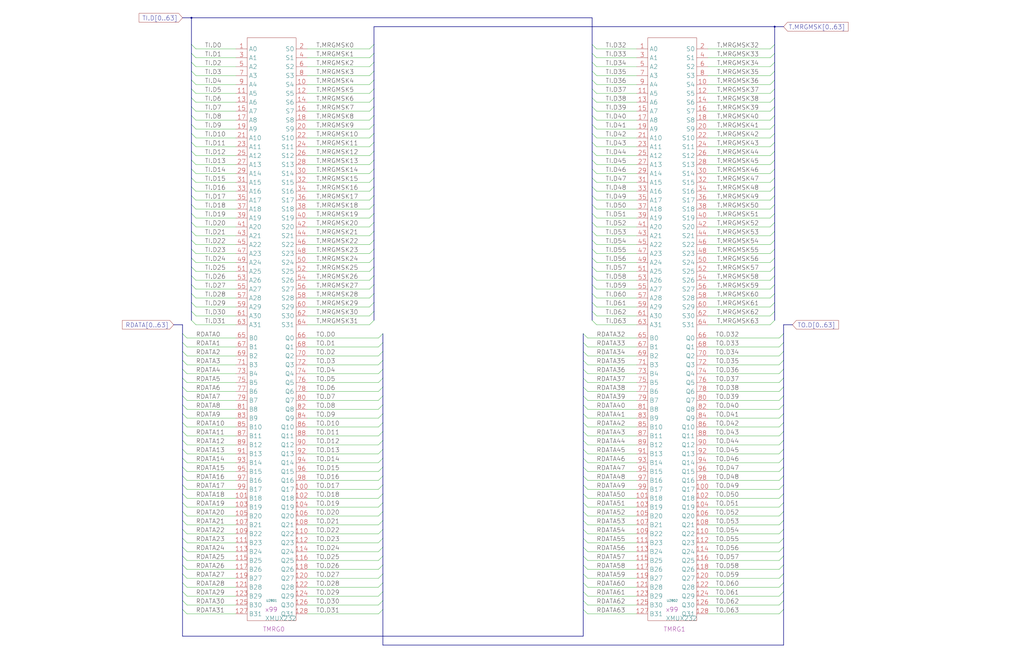
<source format=kicad_sch>
(kicad_sch (version 20220126) (generator eeschema)
  (paper "User" 584.2 378.46)
  (title_block (title "MERGER / TYPE HALF MSB'S") (date "20-MAR-90") (rev "1.0") (comment 1 "FIU") (comment 2 "232-003065") (comment 3 "S400") (comment 4 "RELEASED"))
  (bus (pts (xy 104.14 10.16) (xy 109.22 10.16)))
  (bus (pts (xy 104.14 185.42) (xy 104.14 190.5)))
  (bus (pts (xy 104.14 190.5) (xy 104.14 195.58)))
  (bus (pts (xy 104.14 195.58) (xy 104.14 200.66)))
  (bus (pts (xy 104.14 200.66) (xy 104.14 205.74)))
  (bus (pts (xy 104.14 205.74) (xy 104.14 210.82)))
  (bus (pts (xy 104.14 210.82) (xy 104.14 215.9)))
  (bus (pts (xy 104.14 215.9) (xy 104.14 220.98)))
  (bus (pts (xy 104.14 220.98) (xy 104.14 226.06)))
  (bus (pts (xy 104.14 226.06) (xy 104.14 231.14)))
  (bus (pts (xy 104.14 231.14) (xy 104.14 236.22)))
  (bus (pts (xy 104.14 236.22) (xy 104.14 241.3)))
  (bus (pts (xy 104.14 241.3) (xy 104.14 246.38)))
  (bus (pts (xy 104.14 246.38) (xy 104.14 251.46)))
  (bus (pts (xy 104.14 251.46) (xy 104.14 256.54)))
  (bus (pts (xy 104.14 256.54) (xy 104.14 261.62)))
  (bus (pts (xy 104.14 261.62) (xy 104.14 266.7)))
  (bus (pts (xy 104.14 266.7) (xy 104.14 271.78)))
  (bus (pts (xy 104.14 271.78) (xy 104.14 276.86)))
  (bus (pts (xy 104.14 276.86) (xy 104.14 281.94)))
  (bus (pts (xy 104.14 281.94) (xy 104.14 287.02)))
  (bus (pts (xy 104.14 287.02) (xy 104.14 292.1)))
  (bus (pts (xy 104.14 292.1) (xy 104.14 297.18)))
  (bus (pts (xy 104.14 297.18) (xy 104.14 302.26)))
  (bus (pts (xy 104.14 302.26) (xy 104.14 307.34)))
  (bus (pts (xy 104.14 307.34) (xy 104.14 312.42)))
  (bus (pts (xy 104.14 312.42) (xy 104.14 317.5)))
  (bus (pts (xy 104.14 317.5) (xy 104.14 322.58)))
  (bus (pts (xy 104.14 322.58) (xy 104.14 327.66)))
  (bus (pts (xy 104.14 327.66) (xy 104.14 332.74)))
  (bus (pts (xy 104.14 332.74) (xy 104.14 337.82)))
  (bus (pts (xy 104.14 337.82) (xy 104.14 342.9)))
  (bus (pts (xy 104.14 342.9) (xy 104.14 347.98)))
  (bus (pts (xy 104.14 347.98) (xy 104.14 363.22)))
  (bus (pts (xy 104.14 363.22) (xy 332.74 363.22)))
  (bus (pts (xy 109.22 10.16) (xy 109.22 25.4)))
  (bus (pts (xy 109.22 10.16) (xy 337.82 10.16)))
  (bus (pts (xy 109.22 101.6) (xy 109.22 106.68)))
  (bus (pts (xy 109.22 106.68) (xy 109.22 111.76)))
  (bus (pts (xy 109.22 111.76) (xy 109.22 116.84)))
  (bus (pts (xy 109.22 116.84) (xy 109.22 121.92)))
  (bus (pts (xy 109.22 121.92) (xy 109.22 127)))
  (bus (pts (xy 109.22 127) (xy 109.22 132.08)))
  (bus (pts (xy 109.22 132.08) (xy 109.22 137.16)))
  (bus (pts (xy 109.22 137.16) (xy 109.22 142.24)))
  (bus (pts (xy 109.22 142.24) (xy 109.22 147.32)))
  (bus (pts (xy 109.22 147.32) (xy 109.22 152.4)))
  (bus (pts (xy 109.22 152.4) (xy 109.22 157.48)))
  (bus (pts (xy 109.22 157.48) (xy 109.22 162.56)))
  (bus (pts (xy 109.22 162.56) (xy 109.22 167.64)))
  (bus (pts (xy 109.22 167.64) (xy 109.22 172.72)))
  (bus (pts (xy 109.22 172.72) (xy 109.22 177.8)))
  (bus (pts (xy 109.22 177.8) (xy 109.22 182.88)))
  (bus (pts (xy 109.22 25.4) (xy 109.22 30.48)))
  (bus (pts (xy 109.22 30.48) (xy 109.22 35.56)))
  (bus (pts (xy 109.22 35.56) (xy 109.22 40.64)))
  (bus (pts (xy 109.22 40.64) (xy 109.22 45.72)))
  (bus (pts (xy 109.22 45.72) (xy 109.22 50.8)))
  (bus (pts (xy 109.22 50.8) (xy 109.22 55.88)))
  (bus (pts (xy 109.22 55.88) (xy 109.22 60.96)))
  (bus (pts (xy 109.22 60.96) (xy 109.22 66.04)))
  (bus (pts (xy 109.22 66.04) (xy 109.22 71.12)))
  (bus (pts (xy 109.22 71.12) (xy 109.22 76.2)))
  (bus (pts (xy 109.22 76.2) (xy 109.22 81.28)))
  (bus (pts (xy 109.22 81.28) (xy 109.22 86.36)))
  (bus (pts (xy 109.22 86.36) (xy 109.22 91.44)))
  (bus (pts (xy 109.22 91.44) (xy 109.22 96.52)))
  (bus (pts (xy 109.22 96.52) (xy 109.22 101.6)))
  (bus (pts (xy 213.36 101.6) (xy 213.36 106.68)))
  (bus (pts (xy 213.36 106.68) (xy 213.36 111.76)))
  (bus (pts (xy 213.36 111.76) (xy 213.36 116.84)))
  (bus (pts (xy 213.36 116.84) (xy 213.36 121.92)))
  (bus (pts (xy 213.36 121.92) (xy 213.36 127)))
  (bus (pts (xy 213.36 127) (xy 213.36 132.08)))
  (bus (pts (xy 213.36 132.08) (xy 213.36 137.16)))
  (bus (pts (xy 213.36 137.16) (xy 213.36 142.24)))
  (bus (pts (xy 213.36 142.24) (xy 213.36 147.32)))
  (bus (pts (xy 213.36 147.32) (xy 213.36 152.4)))
  (bus (pts (xy 213.36 15.24) (xy 441.96 15.24)))
  (bus (pts (xy 213.36 152.4) (xy 213.36 157.48)))
  (bus (pts (xy 213.36 157.48) (xy 213.36 162.56)))
  (bus (pts (xy 213.36 162.56) (xy 213.36 167.64)))
  (bus (pts (xy 213.36 167.64) (xy 213.36 172.72)))
  (bus (pts (xy 213.36 172.72) (xy 213.36 177.8)))
  (bus (pts (xy 213.36 177.8) (xy 213.36 182.88)))
  (bus (pts (xy 213.36 25.4) (xy 213.36 15.24)))
  (bus (pts (xy 213.36 25.4) (xy 213.36 30.48)))
  (bus (pts (xy 213.36 30.48) (xy 213.36 35.56)))
  (bus (pts (xy 213.36 35.56) (xy 213.36 40.64)))
  (bus (pts (xy 213.36 40.64) (xy 213.36 45.72)))
  (bus (pts (xy 213.36 45.72) (xy 213.36 50.8)))
  (bus (pts (xy 213.36 50.8) (xy 213.36 55.88)))
  (bus (pts (xy 213.36 55.88) (xy 213.36 60.96)))
  (bus (pts (xy 213.36 60.96) (xy 213.36 66.04)))
  (bus (pts (xy 213.36 66.04) (xy 213.36 71.12)))
  (bus (pts (xy 213.36 71.12) (xy 213.36 76.2)))
  (bus (pts (xy 213.36 76.2) (xy 213.36 81.28)))
  (bus (pts (xy 213.36 81.28) (xy 213.36 86.36)))
  (bus (pts (xy 213.36 86.36) (xy 213.36 91.44)))
  (bus (pts (xy 213.36 91.44) (xy 213.36 96.52)))
  (bus (pts (xy 213.36 96.52) (xy 213.36 101.6)))
  (bus (pts (xy 218.44 190.5) (xy 218.44 195.58)))
  (bus (pts (xy 218.44 195.58) (xy 218.44 200.66)))
  (bus (pts (xy 218.44 200.66) (xy 218.44 205.74)))
  (bus (pts (xy 218.44 205.74) (xy 218.44 210.82)))
  (bus (pts (xy 218.44 210.82) (xy 218.44 215.9)))
  (bus (pts (xy 218.44 215.9) (xy 218.44 220.98)))
  (bus (pts (xy 218.44 220.98) (xy 218.44 226.06)))
  (bus (pts (xy 218.44 226.06) (xy 218.44 231.14)))
  (bus (pts (xy 218.44 231.14) (xy 218.44 236.22)))
  (bus (pts (xy 218.44 236.22) (xy 218.44 241.3)))
  (bus (pts (xy 218.44 241.3) (xy 218.44 246.38)))
  (bus (pts (xy 218.44 246.38) (xy 218.44 251.46)))
  (bus (pts (xy 218.44 251.46) (xy 218.44 256.54)))
  (bus (pts (xy 218.44 256.54) (xy 218.44 261.62)))
  (bus (pts (xy 218.44 261.62) (xy 218.44 266.7)))
  (bus (pts (xy 218.44 266.7) (xy 218.44 271.78)))
  (bus (pts (xy 218.44 271.78) (xy 218.44 276.86)))
  (bus (pts (xy 218.44 276.86) (xy 218.44 281.94)))
  (bus (pts (xy 218.44 281.94) (xy 218.44 287.02)))
  (bus (pts (xy 218.44 287.02) (xy 218.44 292.1)))
  (bus (pts (xy 218.44 292.1) (xy 218.44 297.18)))
  (bus (pts (xy 218.44 297.18) (xy 218.44 302.26)))
  (bus (pts (xy 218.44 302.26) (xy 218.44 307.34)))
  (bus (pts (xy 218.44 307.34) (xy 218.44 312.42)))
  (bus (pts (xy 218.44 312.42) (xy 218.44 317.5)))
  (bus (pts (xy 218.44 317.5) (xy 218.44 322.58)))
  (bus (pts (xy 218.44 322.58) (xy 218.44 327.66)))
  (bus (pts (xy 218.44 327.66) (xy 218.44 332.74)))
  (bus (pts (xy 218.44 332.74) (xy 218.44 337.82)))
  (bus (pts (xy 218.44 337.82) (xy 218.44 342.9)))
  (bus (pts (xy 218.44 342.9) (xy 218.44 347.98)))
  (bus (pts (xy 218.44 347.98) (xy 218.44 368.3)))
  (bus (pts (xy 218.44 368.3) (xy 447.04 368.3)))
  (bus (pts (xy 332.74 190.5) (xy 332.74 195.58)))
  (bus (pts (xy 332.74 195.58) (xy 332.74 200.66)))
  (bus (pts (xy 332.74 200.66) (xy 332.74 205.74)))
  (bus (pts (xy 332.74 205.74) (xy 332.74 210.82)))
  (bus (pts (xy 332.74 210.82) (xy 332.74 215.9)))
  (bus (pts (xy 332.74 215.9) (xy 332.74 220.98)))
  (bus (pts (xy 332.74 220.98) (xy 332.74 226.06)))
  (bus (pts (xy 332.74 226.06) (xy 332.74 231.14)))
  (bus (pts (xy 332.74 231.14) (xy 332.74 236.22)))
  (bus (pts (xy 332.74 236.22) (xy 332.74 241.3)))
  (bus (pts (xy 332.74 241.3) (xy 332.74 246.38)))
  (bus (pts (xy 332.74 246.38) (xy 332.74 251.46)))
  (bus (pts (xy 332.74 251.46) (xy 332.74 256.54)))
  (bus (pts (xy 332.74 256.54) (xy 332.74 261.62)))
  (bus (pts (xy 332.74 261.62) (xy 332.74 266.7)))
  (bus (pts (xy 332.74 266.7) (xy 332.74 271.78)))
  (bus (pts (xy 332.74 271.78) (xy 332.74 276.86)))
  (bus (pts (xy 332.74 276.86) (xy 332.74 281.94)))
  (bus (pts (xy 332.74 281.94) (xy 332.74 287.02)))
  (bus (pts (xy 332.74 287.02) (xy 332.74 292.1)))
  (bus (pts (xy 332.74 292.1) (xy 332.74 297.18)))
  (bus (pts (xy 332.74 297.18) (xy 332.74 302.26)))
  (bus (pts (xy 332.74 302.26) (xy 332.74 307.34)))
  (bus (pts (xy 332.74 307.34) (xy 332.74 312.42)))
  (bus (pts (xy 332.74 312.42) (xy 332.74 317.5)))
  (bus (pts (xy 332.74 317.5) (xy 332.74 322.58)))
  (bus (pts (xy 332.74 322.58) (xy 332.74 327.66)))
  (bus (pts (xy 332.74 327.66) (xy 332.74 332.74)))
  (bus (pts (xy 332.74 332.74) (xy 332.74 337.82)))
  (bus (pts (xy 332.74 337.82) (xy 332.74 342.9)))
  (bus (pts (xy 332.74 342.9) (xy 332.74 347.98)))
  (bus (pts (xy 332.74 363.22) (xy 332.74 347.98)))
  (bus (pts (xy 337.82 10.16) (xy 337.82 25.4)))
  (bus (pts (xy 337.82 101.6) (xy 337.82 106.68)))
  (bus (pts (xy 337.82 106.68) (xy 337.82 111.76)))
  (bus (pts (xy 337.82 111.76) (xy 337.82 116.84)))
  (bus (pts (xy 337.82 116.84) (xy 337.82 121.92)))
  (bus (pts (xy 337.82 121.92) (xy 337.82 127)))
  (bus (pts (xy 337.82 127) (xy 337.82 132.08)))
  (bus (pts (xy 337.82 132.08) (xy 337.82 137.16)))
  (bus (pts (xy 337.82 137.16) (xy 337.82 142.24)))
  (bus (pts (xy 337.82 142.24) (xy 337.82 147.32)))
  (bus (pts (xy 337.82 147.32) (xy 337.82 152.4)))
  (bus (pts (xy 337.82 152.4) (xy 337.82 157.48)))
  (bus (pts (xy 337.82 157.48) (xy 337.82 162.56)))
  (bus (pts (xy 337.82 162.56) (xy 337.82 167.64)))
  (bus (pts (xy 337.82 167.64) (xy 337.82 172.72)))
  (bus (pts (xy 337.82 172.72) (xy 337.82 177.8)))
  (bus (pts (xy 337.82 177.8) (xy 337.82 182.88)))
  (bus (pts (xy 337.82 25.4) (xy 337.82 30.48)))
  (bus (pts (xy 337.82 30.48) (xy 337.82 35.56)))
  (bus (pts (xy 337.82 35.56) (xy 337.82 40.64)))
  (bus (pts (xy 337.82 40.64) (xy 337.82 45.72)))
  (bus (pts (xy 337.82 45.72) (xy 337.82 50.8)))
  (bus (pts (xy 337.82 50.8) (xy 337.82 55.88)))
  (bus (pts (xy 337.82 55.88) (xy 337.82 60.96)))
  (bus (pts (xy 337.82 60.96) (xy 337.82 66.04)))
  (bus (pts (xy 337.82 66.04) (xy 337.82 71.12)))
  (bus (pts (xy 337.82 71.12) (xy 337.82 76.2)))
  (bus (pts (xy 337.82 76.2) (xy 337.82 81.28)))
  (bus (pts (xy 337.82 81.28) (xy 337.82 86.36)))
  (bus (pts (xy 337.82 86.36) (xy 337.82 91.44)))
  (bus (pts (xy 337.82 91.44) (xy 337.82 96.52)))
  (bus (pts (xy 337.82 96.52) (xy 337.82 101.6)))
  (bus (pts (xy 441.96 101.6) (xy 441.96 106.68)))
  (bus (pts (xy 441.96 106.68) (xy 441.96 111.76)))
  (bus (pts (xy 441.96 111.76) (xy 441.96 116.84)))
  (bus (pts (xy 441.96 116.84) (xy 441.96 121.92)))
  (bus (pts (xy 441.96 121.92) (xy 441.96 127)))
  (bus (pts (xy 441.96 127) (xy 441.96 132.08)))
  (bus (pts (xy 441.96 132.08) (xy 441.96 137.16)))
  (bus (pts (xy 441.96 137.16) (xy 441.96 142.24)))
  (bus (pts (xy 441.96 142.24) (xy 441.96 147.32)))
  (bus (pts (xy 441.96 147.32) (xy 441.96 152.4)))
  (bus (pts (xy 441.96 15.24) (xy 441.96 25.4)))
  (bus (pts (xy 441.96 15.24) (xy 447.04 15.24)))
  (bus (pts (xy 441.96 152.4) (xy 441.96 157.48)))
  (bus (pts (xy 441.96 157.48) (xy 441.96 162.56)))
  (bus (pts (xy 441.96 162.56) (xy 441.96 167.64)))
  (bus (pts (xy 441.96 167.64) (xy 441.96 172.72)))
  (bus (pts (xy 441.96 172.72) (xy 441.96 177.8)))
  (bus (pts (xy 441.96 177.8) (xy 441.96 182.88)))
  (bus (pts (xy 441.96 25.4) (xy 441.96 30.48)))
  (bus (pts (xy 441.96 30.48) (xy 441.96 35.56)))
  (bus (pts (xy 441.96 35.56) (xy 441.96 40.64)))
  (bus (pts (xy 441.96 40.64) (xy 441.96 45.72)))
  (bus (pts (xy 441.96 45.72) (xy 441.96 50.8)))
  (bus (pts (xy 441.96 50.8) (xy 441.96 55.88)))
  (bus (pts (xy 441.96 55.88) (xy 441.96 60.96)))
  (bus (pts (xy 441.96 60.96) (xy 441.96 66.04)))
  (bus (pts (xy 441.96 66.04) (xy 441.96 71.12)))
  (bus (pts (xy 441.96 71.12) (xy 441.96 76.2)))
  (bus (pts (xy 441.96 76.2) (xy 441.96 81.28)))
  (bus (pts (xy 441.96 81.28) (xy 441.96 86.36)))
  (bus (pts (xy 441.96 86.36) (xy 441.96 91.44)))
  (bus (pts (xy 441.96 91.44) (xy 441.96 96.52)))
  (bus (pts (xy 441.96 96.52) (xy 441.96 101.6)))
  (bus (pts (xy 447.04 185.42) (xy 447.04 190.5)))
  (bus (pts (xy 447.04 190.5) (xy 447.04 195.58)))
  (bus (pts (xy 447.04 195.58) (xy 447.04 200.66)))
  (bus (pts (xy 447.04 200.66) (xy 447.04 205.74)))
  (bus (pts (xy 447.04 205.74) (xy 447.04 210.82)))
  (bus (pts (xy 447.04 210.82) (xy 447.04 215.9)))
  (bus (pts (xy 447.04 215.9) (xy 447.04 220.98)))
  (bus (pts (xy 447.04 220.98) (xy 447.04 226.06)))
  (bus (pts (xy 447.04 226.06) (xy 447.04 231.14)))
  (bus (pts (xy 447.04 231.14) (xy 447.04 236.22)))
  (bus (pts (xy 447.04 236.22) (xy 447.04 241.3)))
  (bus (pts (xy 447.04 241.3) (xy 447.04 246.38)))
  (bus (pts (xy 447.04 246.38) (xy 447.04 251.46)))
  (bus (pts (xy 447.04 251.46) (xy 447.04 256.54)))
  (bus (pts (xy 447.04 256.54) (xy 447.04 261.62)))
  (bus (pts (xy 447.04 261.62) (xy 447.04 266.7)))
  (bus (pts (xy 447.04 266.7) (xy 447.04 271.78)))
  (bus (pts (xy 447.04 271.78) (xy 447.04 276.86)))
  (bus (pts (xy 447.04 276.86) (xy 447.04 281.94)))
  (bus (pts (xy 447.04 281.94) (xy 447.04 287.02)))
  (bus (pts (xy 447.04 287.02) (xy 447.04 292.1)))
  (bus (pts (xy 447.04 292.1) (xy 447.04 297.18)))
  (bus (pts (xy 447.04 297.18) (xy 447.04 302.26)))
  (bus (pts (xy 447.04 302.26) (xy 447.04 307.34)))
  (bus (pts (xy 447.04 307.34) (xy 447.04 312.42)))
  (bus (pts (xy 447.04 312.42) (xy 447.04 317.5)))
  (bus (pts (xy 447.04 317.5) (xy 447.04 322.58)))
  (bus (pts (xy 447.04 322.58) (xy 447.04 327.66)))
  (bus (pts (xy 447.04 327.66) (xy 447.04 332.74)))
  (bus (pts (xy 447.04 332.74) (xy 447.04 337.82)))
  (bus (pts (xy 447.04 337.82) (xy 447.04 342.9)))
  (bus (pts (xy 447.04 342.9) (xy 447.04 347.98)))
  (bus (pts (xy 447.04 368.3) (xy 447.04 347.98)))
  (bus (pts (xy 452.12 185.42) (xy 447.04 185.42)))
  (bus (pts (xy 99.06 185.42) (xy 104.14 185.42)))
  (wire (pts (xy 106.68 193.04) (xy 134.62 193.04)))
  (wire (pts (xy 106.68 198.12) (xy 134.62 198.12)))
  (wire (pts (xy 106.68 203.2) (xy 134.62 203.2)))
  (wire (pts (xy 106.68 208.28) (xy 134.62 208.28)))
  (wire (pts (xy 106.68 213.36) (xy 134.62 213.36)))
  (wire (pts (xy 106.68 218.44) (xy 134.62 218.44)))
  (wire (pts (xy 106.68 223.52) (xy 134.62 223.52)))
  (wire (pts (xy 106.68 228.6) (xy 134.62 228.6)))
  (wire (pts (xy 106.68 233.68) (xy 134.62 233.68)))
  (wire (pts (xy 106.68 238.76) (xy 134.62 238.76)))
  (wire (pts (xy 106.68 243.84) (xy 134.62 243.84)))
  (wire (pts (xy 106.68 248.92) (xy 134.62 248.92)))
  (wire (pts (xy 106.68 254) (xy 134.62 254)))
  (wire (pts (xy 106.68 259.08) (xy 134.62 259.08)))
  (wire (pts (xy 106.68 264.16) (xy 134.62 264.16)))
  (wire (pts (xy 106.68 269.24) (xy 134.62 269.24)))
  (wire (pts (xy 106.68 274.32) (xy 134.62 274.32)))
  (wire (pts (xy 106.68 279.4) (xy 134.62 279.4)))
  (wire (pts (xy 106.68 284.48) (xy 134.62 284.48)))
  (wire (pts (xy 106.68 289.56) (xy 134.62 289.56)))
  (wire (pts (xy 106.68 294.64) (xy 134.62 294.64)))
  (wire (pts (xy 106.68 299.72) (xy 134.62 299.72)))
  (wire (pts (xy 106.68 304.8) (xy 134.62 304.8)))
  (wire (pts (xy 106.68 309.88) (xy 134.62 309.88)))
  (wire (pts (xy 106.68 314.96) (xy 134.62 314.96)))
  (wire (pts (xy 106.68 320.04) (xy 134.62 320.04)))
  (wire (pts (xy 106.68 325.12) (xy 134.62 325.12)))
  (wire (pts (xy 106.68 330.2) (xy 134.62 330.2)))
  (wire (pts (xy 106.68 335.28) (xy 134.62 335.28)))
  (wire (pts (xy 106.68 340.36) (xy 134.62 340.36)))
  (wire (pts (xy 106.68 345.44) (xy 134.62 345.44)))
  (wire (pts (xy 106.68 350.52) (xy 134.62 350.52)))
  (wire (pts (xy 134.62 104.14) (xy 111.76 104.14)))
  (wire (pts (xy 134.62 109.22) (xy 111.76 109.22)))
  (wire (pts (xy 134.62 114.3) (xy 111.76 114.3)))
  (wire (pts (xy 134.62 119.38) (xy 111.76 119.38)))
  (wire (pts (xy 134.62 124.46) (xy 111.76 124.46)))
  (wire (pts (xy 134.62 129.54) (xy 111.76 129.54)))
  (wire (pts (xy 134.62 134.62) (xy 111.76 134.62)))
  (wire (pts (xy 134.62 139.7) (xy 111.76 139.7)))
  (wire (pts (xy 134.62 144.78) (xy 111.76 144.78)))
  (wire (pts (xy 134.62 149.86) (xy 111.76 149.86)))
  (wire (pts (xy 134.62 154.94) (xy 111.76 154.94)))
  (wire (pts (xy 134.62 160.02) (xy 111.76 160.02)))
  (wire (pts (xy 134.62 165.1) (xy 111.76 165.1)))
  (wire (pts (xy 134.62 170.18) (xy 111.76 170.18)))
  (wire (pts (xy 134.62 175.26) (xy 111.76 175.26)))
  (wire (pts (xy 134.62 180.34) (xy 111.76 180.34)))
  (wire (pts (xy 134.62 185.42) (xy 111.76 185.42)))
  (wire (pts (xy 134.62 27.94) (xy 111.76 27.94)))
  (wire (pts (xy 134.62 33.02) (xy 111.76 33.02)))
  (wire (pts (xy 134.62 38.1) (xy 111.76 38.1)))
  (wire (pts (xy 134.62 43.18) (xy 111.76 43.18)))
  (wire (pts (xy 134.62 48.26) (xy 111.76 48.26)))
  (wire (pts (xy 134.62 53.34) (xy 111.76 53.34)))
  (wire (pts (xy 134.62 58.42) (xy 111.76 58.42)))
  (wire (pts (xy 134.62 63.5) (xy 111.76 63.5)))
  (wire (pts (xy 134.62 68.58) (xy 111.76 68.58)))
  (wire (pts (xy 134.62 73.66) (xy 111.76 73.66)))
  (wire (pts (xy 134.62 78.74) (xy 111.76 78.74)))
  (wire (pts (xy 134.62 83.82) (xy 111.76 83.82)))
  (wire (pts (xy 134.62 88.9) (xy 111.76 88.9)))
  (wire (pts (xy 134.62 93.98) (xy 111.76 93.98)))
  (wire (pts (xy 134.62 99.06) (xy 111.76 99.06)))
  (wire (pts (xy 175.26 104.14) (xy 210.82 104.14)))
  (wire (pts (xy 175.26 109.22) (xy 210.82 109.22)))
  (wire (pts (xy 175.26 114.3) (xy 210.82 114.3)))
  (wire (pts (xy 175.26 119.38) (xy 210.82 119.38)))
  (wire (pts (xy 175.26 124.46) (xy 210.82 124.46)))
  (wire (pts (xy 175.26 129.54) (xy 210.82 129.54)))
  (wire (pts (xy 175.26 134.62) (xy 210.82 134.62)))
  (wire (pts (xy 175.26 139.7) (xy 210.82 139.7)))
  (wire (pts (xy 175.26 144.78) (xy 210.82 144.78)))
  (wire (pts (xy 175.26 149.86) (xy 210.82 149.86)))
  (wire (pts (xy 175.26 154.94) (xy 210.82 154.94)))
  (wire (pts (xy 175.26 160.02) (xy 210.82 160.02)))
  (wire (pts (xy 175.26 165.1) (xy 210.82 165.1)))
  (wire (pts (xy 175.26 170.18) (xy 210.82 170.18)))
  (wire (pts (xy 175.26 175.26) (xy 210.82 175.26)))
  (wire (pts (xy 175.26 180.34) (xy 210.82 180.34)))
  (wire (pts (xy 175.26 185.42) (xy 210.82 185.42)))
  (wire (pts (xy 175.26 27.94) (xy 210.82 27.94)))
  (wire (pts (xy 175.26 33.02) (xy 210.82 33.02)))
  (wire (pts (xy 175.26 38.1) (xy 210.82 38.1)))
  (wire (pts (xy 175.26 43.18) (xy 210.82 43.18)))
  (wire (pts (xy 175.26 48.26) (xy 210.82 48.26)))
  (wire (pts (xy 175.26 53.34) (xy 210.82 53.34)))
  (wire (pts (xy 175.26 58.42) (xy 210.82 58.42)))
  (wire (pts (xy 175.26 63.5) (xy 210.82 63.5)))
  (wire (pts (xy 175.26 68.58) (xy 210.82 68.58)))
  (wire (pts (xy 175.26 73.66) (xy 210.82 73.66)))
  (wire (pts (xy 175.26 78.74) (xy 210.82 78.74)))
  (wire (pts (xy 175.26 83.82) (xy 210.82 83.82)))
  (wire (pts (xy 175.26 88.9) (xy 210.82 88.9)))
  (wire (pts (xy 175.26 93.98) (xy 210.82 93.98)))
  (wire (pts (xy 175.26 99.06) (xy 210.82 99.06)))
  (wire (pts (xy 215.9 193.04) (xy 175.26 193.04)))
  (wire (pts (xy 215.9 198.12) (xy 175.26 198.12)))
  (wire (pts (xy 215.9 203.2) (xy 175.26 203.2)))
  (wire (pts (xy 215.9 208.28) (xy 175.26 208.28)))
  (wire (pts (xy 215.9 213.36) (xy 175.26 213.36)))
  (wire (pts (xy 215.9 218.44) (xy 175.26 218.44)))
  (wire (pts (xy 215.9 223.52) (xy 175.26 223.52)))
  (wire (pts (xy 215.9 228.6) (xy 175.26 228.6)))
  (wire (pts (xy 215.9 233.68) (xy 175.26 233.68)))
  (wire (pts (xy 215.9 238.76) (xy 175.26 238.76)))
  (wire (pts (xy 215.9 243.84) (xy 175.26 243.84)))
  (wire (pts (xy 215.9 248.92) (xy 175.26 248.92)))
  (wire (pts (xy 215.9 254) (xy 175.26 254)))
  (wire (pts (xy 215.9 259.08) (xy 175.26 259.08)))
  (wire (pts (xy 215.9 264.16) (xy 175.26 264.16)))
  (wire (pts (xy 215.9 269.24) (xy 175.26 269.24)))
  (wire (pts (xy 215.9 274.32) (xy 175.26 274.32)))
  (wire (pts (xy 215.9 279.4) (xy 175.26 279.4)))
  (wire (pts (xy 215.9 284.48) (xy 175.26 284.48)))
  (wire (pts (xy 215.9 289.56) (xy 175.26 289.56)))
  (wire (pts (xy 215.9 294.64) (xy 175.26 294.64)))
  (wire (pts (xy 215.9 299.72) (xy 175.26 299.72)))
  (wire (pts (xy 215.9 304.8) (xy 175.26 304.8)))
  (wire (pts (xy 215.9 309.88) (xy 175.26 309.88)))
  (wire (pts (xy 215.9 314.96) (xy 175.26 314.96)))
  (wire (pts (xy 215.9 320.04) (xy 175.26 320.04)))
  (wire (pts (xy 215.9 325.12) (xy 175.26 325.12)))
  (wire (pts (xy 215.9 330.2) (xy 175.26 330.2)))
  (wire (pts (xy 215.9 335.28) (xy 175.26 335.28)))
  (wire (pts (xy 215.9 340.36) (xy 175.26 340.36)))
  (wire (pts (xy 215.9 345.44) (xy 175.26 345.44)))
  (wire (pts (xy 215.9 350.52) (xy 175.26 350.52)))
  (wire (pts (xy 335.28 193.04) (xy 363.22 193.04)))
  (wire (pts (xy 335.28 198.12) (xy 363.22 198.12)))
  (wire (pts (xy 335.28 203.2) (xy 363.22 203.2)))
  (wire (pts (xy 335.28 208.28) (xy 363.22 208.28)))
  (wire (pts (xy 335.28 213.36) (xy 363.22 213.36)))
  (wire (pts (xy 335.28 218.44) (xy 363.22 218.44)))
  (wire (pts (xy 335.28 223.52) (xy 363.22 223.52)))
  (wire (pts (xy 335.28 228.6) (xy 363.22 228.6)))
  (wire (pts (xy 335.28 233.68) (xy 363.22 233.68)))
  (wire (pts (xy 335.28 238.76) (xy 363.22 238.76)))
  (wire (pts (xy 335.28 243.84) (xy 363.22 243.84)))
  (wire (pts (xy 335.28 248.92) (xy 363.22 248.92)))
  (wire (pts (xy 335.28 254) (xy 363.22 254)))
  (wire (pts (xy 335.28 259.08) (xy 363.22 259.08)))
  (wire (pts (xy 335.28 264.16) (xy 363.22 264.16)))
  (wire (pts (xy 335.28 269.24) (xy 363.22 269.24)))
  (wire (pts (xy 335.28 274.32) (xy 363.22 274.32)))
  (wire (pts (xy 335.28 279.4) (xy 363.22 279.4)))
  (wire (pts (xy 335.28 284.48) (xy 363.22 284.48)))
  (wire (pts (xy 335.28 289.56) (xy 363.22 289.56)))
  (wire (pts (xy 335.28 294.64) (xy 363.22 294.64)))
  (wire (pts (xy 335.28 299.72) (xy 363.22 299.72)))
  (wire (pts (xy 335.28 304.8) (xy 363.22 304.8)))
  (wire (pts (xy 335.28 309.88) (xy 363.22 309.88)))
  (wire (pts (xy 335.28 314.96) (xy 363.22 314.96)))
  (wire (pts (xy 335.28 320.04) (xy 363.22 320.04)))
  (wire (pts (xy 335.28 325.12) (xy 363.22 325.12)))
  (wire (pts (xy 335.28 330.2) (xy 363.22 330.2)))
  (wire (pts (xy 335.28 335.28) (xy 363.22 335.28)))
  (wire (pts (xy 335.28 340.36) (xy 363.22 340.36)))
  (wire (pts (xy 335.28 345.44) (xy 363.22 345.44)))
  (wire (pts (xy 335.28 350.52) (xy 363.22 350.52)))
  (wire (pts (xy 363.22 104.14) (xy 340.36 104.14)))
  (wire (pts (xy 363.22 109.22) (xy 340.36 109.22)))
  (wire (pts (xy 363.22 114.3) (xy 340.36 114.3)))
  (wire (pts (xy 363.22 119.38) (xy 340.36 119.38)))
  (wire (pts (xy 363.22 124.46) (xy 340.36 124.46)))
  (wire (pts (xy 363.22 129.54) (xy 340.36 129.54)))
  (wire (pts (xy 363.22 134.62) (xy 340.36 134.62)))
  (wire (pts (xy 363.22 139.7) (xy 340.36 139.7)))
  (wire (pts (xy 363.22 144.78) (xy 340.36 144.78)))
  (wire (pts (xy 363.22 149.86) (xy 340.36 149.86)))
  (wire (pts (xy 363.22 154.94) (xy 340.36 154.94)))
  (wire (pts (xy 363.22 160.02) (xy 340.36 160.02)))
  (wire (pts (xy 363.22 165.1) (xy 340.36 165.1)))
  (wire (pts (xy 363.22 170.18) (xy 340.36 170.18)))
  (wire (pts (xy 363.22 175.26) (xy 340.36 175.26)))
  (wire (pts (xy 363.22 180.34) (xy 340.36 180.34)))
  (wire (pts (xy 363.22 185.42) (xy 340.36 185.42)))
  (wire (pts (xy 363.22 27.94) (xy 340.36 27.94)))
  (wire (pts (xy 363.22 33.02) (xy 340.36 33.02)))
  (wire (pts (xy 363.22 38.1) (xy 340.36 38.1)))
  (wire (pts (xy 363.22 43.18) (xy 340.36 43.18)))
  (wire (pts (xy 363.22 48.26) (xy 340.36 48.26)))
  (wire (pts (xy 363.22 53.34) (xy 340.36 53.34)))
  (wire (pts (xy 363.22 58.42) (xy 340.36 58.42)))
  (wire (pts (xy 363.22 63.5) (xy 340.36 63.5)))
  (wire (pts (xy 363.22 68.58) (xy 340.36 68.58)))
  (wire (pts (xy 363.22 73.66) (xy 340.36 73.66)))
  (wire (pts (xy 363.22 78.74) (xy 340.36 78.74)))
  (wire (pts (xy 363.22 83.82) (xy 340.36 83.82)))
  (wire (pts (xy 363.22 88.9) (xy 340.36 88.9)))
  (wire (pts (xy 363.22 93.98) (xy 340.36 93.98)))
  (wire (pts (xy 363.22 99.06) (xy 340.36 99.06)))
  (wire (pts (xy 403.86 104.14) (xy 439.42 104.14)))
  (wire (pts (xy 403.86 109.22) (xy 439.42 109.22)))
  (wire (pts (xy 403.86 114.3) (xy 439.42 114.3)))
  (wire (pts (xy 403.86 119.38) (xy 439.42 119.38)))
  (wire (pts (xy 403.86 124.46) (xy 439.42 124.46)))
  (wire (pts (xy 403.86 129.54) (xy 439.42 129.54)))
  (wire (pts (xy 403.86 134.62) (xy 439.42 134.62)))
  (wire (pts (xy 403.86 139.7) (xy 439.42 139.7)))
  (wire (pts (xy 403.86 144.78) (xy 439.42 144.78)))
  (wire (pts (xy 403.86 149.86) (xy 439.42 149.86)))
  (wire (pts (xy 403.86 154.94) (xy 439.42 154.94)))
  (wire (pts (xy 403.86 160.02) (xy 439.42 160.02)))
  (wire (pts (xy 403.86 165.1) (xy 439.42 165.1)))
  (wire (pts (xy 403.86 170.18) (xy 439.42 170.18)))
  (wire (pts (xy 403.86 175.26) (xy 439.42 175.26)))
  (wire (pts (xy 403.86 180.34) (xy 439.42 180.34)))
  (wire (pts (xy 403.86 185.42) (xy 439.42 185.42)))
  (wire (pts (xy 403.86 27.94) (xy 439.42 27.94)))
  (wire (pts (xy 403.86 33.02) (xy 439.42 33.02)))
  (wire (pts (xy 403.86 38.1) (xy 439.42 38.1)))
  (wire (pts (xy 403.86 43.18) (xy 439.42 43.18)))
  (wire (pts (xy 403.86 48.26) (xy 439.42 48.26)))
  (wire (pts (xy 403.86 53.34) (xy 439.42 53.34)))
  (wire (pts (xy 403.86 58.42) (xy 439.42 58.42)))
  (wire (pts (xy 403.86 63.5) (xy 439.42 63.5)))
  (wire (pts (xy 403.86 68.58) (xy 439.42 68.58)))
  (wire (pts (xy 403.86 73.66) (xy 439.42 73.66)))
  (wire (pts (xy 403.86 78.74) (xy 439.42 78.74)))
  (wire (pts (xy 403.86 83.82) (xy 439.42 83.82)))
  (wire (pts (xy 403.86 88.9) (xy 439.42 88.9)))
  (wire (pts (xy 403.86 93.98) (xy 439.42 93.98)))
  (wire (pts (xy 403.86 99.06) (xy 439.42 99.06)))
  (wire (pts (xy 444.5 193.04) (xy 403.86 193.04)))
  (wire (pts (xy 444.5 198.12) (xy 403.86 198.12)))
  (wire (pts (xy 444.5 203.2) (xy 403.86 203.2)))
  (wire (pts (xy 444.5 208.28) (xy 403.86 208.28)))
  (wire (pts (xy 444.5 213.36) (xy 403.86 213.36)))
  (wire (pts (xy 444.5 218.44) (xy 403.86 218.44)))
  (wire (pts (xy 444.5 223.52) (xy 403.86 223.52)))
  (wire (pts (xy 444.5 228.6) (xy 403.86 228.6)))
  (wire (pts (xy 444.5 233.68) (xy 403.86 233.68)))
  (wire (pts (xy 444.5 238.76) (xy 403.86 238.76)))
  (wire (pts (xy 444.5 243.84) (xy 403.86 243.84)))
  (wire (pts (xy 444.5 248.92) (xy 403.86 248.92)))
  (wire (pts (xy 444.5 254) (xy 403.86 254)))
  (wire (pts (xy 444.5 259.08) (xy 403.86 259.08)))
  (wire (pts (xy 444.5 264.16) (xy 403.86 264.16)))
  (wire (pts (xy 444.5 269.24) (xy 403.86 269.24)))
  (wire (pts (xy 444.5 274.32) (xy 403.86 274.32)))
  (wire (pts (xy 444.5 279.4) (xy 403.86 279.4)))
  (wire (pts (xy 444.5 284.48) (xy 403.86 284.48)))
  (wire (pts (xy 444.5 289.56) (xy 403.86 289.56)))
  (wire (pts (xy 444.5 294.64) (xy 403.86 294.64)))
  (wire (pts (xy 444.5 299.72) (xy 403.86 299.72)))
  (wire (pts (xy 444.5 304.8) (xy 403.86 304.8)))
  (wire (pts (xy 444.5 309.88) (xy 403.86 309.88)))
  (wire (pts (xy 444.5 314.96) (xy 403.86 314.96)))
  (wire (pts (xy 444.5 320.04) (xy 403.86 320.04)))
  (wire (pts (xy 444.5 325.12) (xy 403.86 325.12)))
  (wire (pts (xy 444.5 330.2) (xy 403.86 330.2)))
  (wire (pts (xy 444.5 335.28) (xy 403.86 335.28)))
  (wire (pts (xy 444.5 340.36) (xy 403.86 340.36)))
  (wire (pts (xy 444.5 345.44) (xy 403.86 345.44)))
  (wire (pts (xy 444.5 350.52) (xy 403.86 350.52)))
  (global_label "RDATA[0..63]" (shape input) (at 99.06 185.42 180) (effects (font (size 2.54 2.54))) (property "Intersheet References" "${INTERSHEET_REFS}" (at 69.8016 185.2613 0) (effects (font (size 1.905 1.905)) (justify right))))
  (global_label "TI.D[0..63]" (shape input) (at 104.14 10.16 180) (effects (font (size 2.54 2.54))) (property "Intersheet References" "${INTERSHEET_REFS}" (at 79.3569 10.0013 0) (effects (font (size 1.905 1.905)) (justify right))))
  (bus_entry (at 104.14 190.5) (size 2.54 2.54))
  (bus_entry (at 104.14 195.58) (size 2.54 2.54))
  (bus_entry (at 104.14 200.66) (size 2.54 2.54))
  (bus_entry (at 104.14 205.74) (size 2.54 2.54))
  (bus_entry (at 104.14 210.82) (size 2.54 2.54))
  (bus_entry (at 104.14 215.9) (size 2.54 2.54))
  (bus_entry (at 104.14 220.98) (size 2.54 2.54))
  (bus_entry (at 104.14 226.06) (size 2.54 2.54))
  (bus_entry (at 104.14 231.14) (size 2.54 2.54))
  (bus_entry (at 104.14 236.22) (size 2.54 2.54))
  (bus_entry (at 104.14 241.3) (size 2.54 2.54))
  (bus_entry (at 104.14 246.38) (size 2.54 2.54))
  (bus_entry (at 104.14 251.46) (size 2.54 2.54))
  (bus_entry (at 104.14 256.54) (size 2.54 2.54))
  (bus_entry (at 104.14 261.62) (size 2.54 2.54))
  (bus_entry (at 104.14 266.7) (size 2.54 2.54))
  (bus_entry (at 104.14 271.78) (size 2.54 2.54))
  (bus_entry (at 104.14 276.86) (size 2.54 2.54))
  (bus_entry (at 104.14 281.94) (size 2.54 2.54))
  (bus_entry (at 104.14 287.02) (size 2.54 2.54))
  (bus_entry (at 104.14 292.1) (size 2.54 2.54))
  (bus_entry (at 104.14 297.18) (size 2.54 2.54))
  (bus_entry (at 104.14 302.26) (size 2.54 2.54))
  (bus_entry (at 104.14 307.34) (size 2.54 2.54))
  (bus_entry (at 104.14 312.42) (size 2.54 2.54))
  (bus_entry (at 104.14 317.5) (size 2.54 2.54))
  (bus_entry (at 104.14 322.58) (size 2.54 2.54))
  (bus_entry (at 104.14 327.66) (size 2.54 2.54))
  (bus_entry (at 104.14 332.74) (size 2.54 2.54))
  (bus_entry (at 104.14 337.82) (size 2.54 2.54))
  (bus_entry (at 104.14 342.9) (size 2.54 2.54))
  (bus_entry (at 104.14 347.98) (size 2.54 2.54))
  (junction (at 109.22 10.16))
  (bus_entry (at 109.22 25.4) (size 2.54 2.54))
  (bus_entry (at 109.22 30.48) (size 2.54 2.54))
  (bus_entry (at 109.22 35.56) (size 2.54 2.54))
  (bus_entry (at 109.22 40.64) (size 2.54 2.54))
  (bus_entry (at 109.22 45.72) (size 2.54 2.54))
  (bus_entry (at 109.22 50.8) (size 2.54 2.54))
  (bus_entry (at 109.22 55.88) (size 2.54 2.54))
  (bus_entry (at 109.22 60.96) (size 2.54 2.54))
  (bus_entry (at 109.22 66.04) (size 2.54 2.54))
  (bus_entry (at 109.22 71.12) (size 2.54 2.54))
  (bus_entry (at 109.22 76.2) (size 2.54 2.54))
  (bus_entry (at 109.22 81.28) (size 2.54 2.54))
  (bus_entry (at 109.22 86.36) (size 2.54 2.54))
  (bus_entry (at 109.22 91.44) (size 2.54 2.54))
  (bus_entry (at 109.22 96.52) (size 2.54 2.54))
  (bus_entry (at 109.22 101.6) (size 2.54 2.54))
  (bus_entry (at 109.22 106.68) (size 2.54 2.54))
  (bus_entry (at 109.22 111.76) (size 2.54 2.54))
  (bus_entry (at 109.22 116.84) (size 2.54 2.54))
  (bus_entry (at 109.22 121.92) (size 2.54 2.54))
  (bus_entry (at 109.22 127) (size 2.54 2.54))
  (bus_entry (at 109.22 132.08) (size 2.54 2.54))
  (bus_entry (at 109.22 137.16) (size 2.54 2.54))
  (bus_entry (at 109.22 142.24) (size 2.54 2.54))
  (bus_entry (at 109.22 147.32) (size 2.54 2.54))
  (bus_entry (at 109.22 152.4) (size 2.54 2.54))
  (bus_entry (at 109.22 157.48) (size 2.54 2.54))
  (bus_entry (at 109.22 162.56) (size 2.54 2.54))
  (bus_entry (at 109.22 167.64) (size 2.54 2.54))
  (bus_entry (at 109.22 172.72) (size 2.54 2.54))
  (bus_entry (at 109.22 177.8) (size 2.54 2.54))
  (bus_entry (at 109.22 182.88) (size 2.54 2.54))
  (label "RDATA0" (at 111.76 193.04 0) (effects (font (size 2.54 2.54))))
  (label "RDATA1" (at 111.76 198.12 0) (effects (font (size 2.54 2.54))))
  (label "RDATA2" (at 111.76 203.2 0) (effects (font (size 2.54 2.54))))
  (label "RDATA3" (at 111.76 208.28 0) (effects (font (size 2.54 2.54))))
  (label "RDATA4" (at 111.76 213.36 0) (effects (font (size 2.54 2.54))))
  (label "RDATA5" (at 111.76 218.44 0) (effects (font (size 2.54 2.54))))
  (label "RDATA6" (at 111.76 223.52 0) (effects (font (size 2.54 2.54))))
  (label "RDATA7" (at 111.76 228.6 0) (effects (font (size 2.54 2.54))))
  (label "RDATA8" (at 111.76 233.68 0) (effects (font (size 2.54 2.54))))
  (label "RDATA9" (at 111.76 238.76 0) (effects (font (size 2.54 2.54))))
  (label "RDATA10" (at 111.76 243.84 0) (effects (font (size 2.54 2.54))))
  (label "RDATA11" (at 111.76 248.92 0) (effects (font (size 2.54 2.54))))
  (label "RDATA12" (at 111.76 254 0) (effects (font (size 2.54 2.54))))
  (label "RDATA13" (at 111.76 259.08 0) (effects (font (size 2.54 2.54))))
  (label "RDATA14" (at 111.76 264.16 0) (effects (font (size 2.54 2.54))))
  (label "RDATA15" (at 111.76 269.24 0) (effects (font (size 2.54 2.54))))
  (label "RDATA16" (at 111.76 274.32 0) (effects (font (size 2.54 2.54))))
  (label "RDATA17" (at 111.76 279.4 0) (effects (font (size 2.54 2.54))))
  (label "RDATA18" (at 111.76 284.48 0) (effects (font (size 2.54 2.54))))
  (label "RDATA19" (at 111.76 289.56 0) (effects (font (size 2.54 2.54))))
  (label "RDATA20" (at 111.76 294.64 0) (effects (font (size 2.54 2.54))))
  (label "RDATA21" (at 111.76 299.72 0) (effects (font (size 2.54 2.54))))
  (label "RDATA22" (at 111.76 304.8 0) (effects (font (size 2.54 2.54))))
  (label "RDATA23" (at 111.76 309.88 0) (effects (font (size 2.54 2.54))))
  (label "RDATA24" (at 111.76 314.96 0) (effects (font (size 2.54 2.54))))
  (label "RDATA25" (at 111.76 320.04 0) (effects (font (size 2.54 2.54))))
  (label "RDATA26" (at 111.76 325.12 0) (effects (font (size 2.54 2.54))))
  (label "RDATA27" (at 111.76 330.2 0) (effects (font (size 2.54 2.54))))
  (label "RDATA28" (at 111.76 335.28 0) (effects (font (size 2.54 2.54))))
  (label "RDATA29" (at 111.76 340.36 0) (effects (font (size 2.54 2.54))))
  (label "RDATA30" (at 111.76 345.44 0) (effects (font (size 2.54 2.54))))
  (label "RDATA31" (at 111.76 350.52 0) (effects (font (size 2.54 2.54))))
  (label "TI.D0" (at 116.84 27.94 0) (effects (font (size 2.54 2.54))))
  (label "TI.D1" (at 116.84 33.02 0) (effects (font (size 2.54 2.54))))
  (label "TI.D2" (at 116.84 38.1 0) (effects (font (size 2.54 2.54))))
  (label "TI.D3" (at 116.84 43.18 0) (effects (font (size 2.54 2.54))))
  (label "TI.D4" (at 116.84 48.26 0) (effects (font (size 2.54 2.54))))
  (label "TI.D5" (at 116.84 53.34 0) (effects (font (size 2.54 2.54))))
  (label "TI.D6" (at 116.84 58.42 0) (effects (font (size 2.54 2.54))))
  (label "TI.D7" (at 116.84 63.5 0) (effects (font (size 2.54 2.54))))
  (label "TI.D8" (at 116.84 68.58 0) (effects (font (size 2.54 2.54))))
  (label "TI.D9" (at 116.84 73.66 0) (effects (font (size 2.54 2.54))))
  (label "TI.D10" (at 116.84 78.74 0) (effects (font (size 2.54 2.54))))
  (label "TI.D11" (at 116.84 83.82 0) (effects (font (size 2.54 2.54))))
  (label "TI.D12" (at 116.84 88.9 0) (effects (font (size 2.54 2.54))))
  (label "TI.D13" (at 116.84 93.98 0) (effects (font (size 2.54 2.54))))
  (label "TI.D14" (at 116.84 99.06 0) (effects (font (size 2.54 2.54))))
  (label "TI.D15" (at 116.84 104.14 0) (effects (font (size 2.54 2.54))))
  (label "TI.D16" (at 116.84 109.22 0) (effects (font (size 2.54 2.54))))
  (label "TI.D17" (at 116.84 114.3 0) (effects (font (size 2.54 2.54))))
  (label "TI.D18" (at 116.84 119.38 0) (effects (font (size 2.54 2.54))))
  (label "TI.D19" (at 116.84 124.46 0) (effects (font (size 2.54 2.54))))
  (label "TI.D20" (at 116.84 129.54 0) (effects (font (size 2.54 2.54))))
  (label "TI.D21" (at 116.84 134.62 0) (effects (font (size 2.54 2.54))))
  (label "TI.D22" (at 116.84 139.7 0) (effects (font (size 2.54 2.54))))
  (label "TI.D23" (at 116.84 144.78 0) (effects (font (size 2.54 2.54))))
  (label "TI.D24" (at 116.84 149.86 0) (effects (font (size 2.54 2.54))))
  (label "TI.D25" (at 116.84 154.94 0) (effects (font (size 2.54 2.54))))
  (label "TI.D26" (at 116.84 160.02 0) (effects (font (size 2.54 2.54))))
  (label "TI.D27" (at 116.84 165.1 0) (effects (font (size 2.54 2.54))))
  (label "TI.D28" (at 116.84 170.18 0) (effects (font (size 2.54 2.54))))
  (label "TI.D29" (at 116.84 175.26 0) (effects (font (size 2.54 2.54))))
  (label "TI.D30" (at 116.84 180.34 0) (effects (font (size 2.54 2.54))))
  (label "TI.D31" (at 116.84 185.42 0) (effects (font (size 2.54 2.54))))
  (symbol (lib_id "r1000:XMUX232") (at 152.4 347.98 0) (unit 1)
    (property "Reference" "U2801" (at 154.94 342.9 0))
    (property "Value" "XMUX232" (at 151.13 353.06 0) (effects (font (size 2.54 2.54)) (justify left)))
    (property "Location" "x99" (at 151.13 347.98 0) (effects (font (size 2.54 2.54)) (justify left)))
    (property "Name" "TMRG0" (at 156.21 360.68 0) (effects (font (size 2.54 2.54)) (justify bottom)))
  )
  (label "T.MRGMSK0" (at 180.34 27.94 0) (effects (font (size 2.54 2.54))))
  (label "T.MRGMSK1" (at 180.34 33.02 0) (effects (font (size 2.54 2.54))))
  (label "T.MRGMSK2" (at 180.34 38.1 0) (effects (font (size 2.54 2.54))))
  (label "T.MRGMSK3" (at 180.34 43.18 0) (effects (font (size 2.54 2.54))))
  (label "T.MRGMSK4" (at 180.34 48.26 0) (effects (font (size 2.54 2.54))))
  (label "T.MRGMSK5" (at 180.34 53.34 0) (effects (font (size 2.54 2.54))))
  (label "T.MRGMSK6" (at 180.34 58.42 0) (effects (font (size 2.54 2.54))))
  (label "T.MRGMSK7" (at 180.34 63.5 0) (effects (font (size 2.54 2.54))))
  (label "T.MRGMSK8" (at 180.34 68.58 0) (effects (font (size 2.54 2.54))))
  (label "T.MRGMSK9" (at 180.34 73.66 0) (effects (font (size 2.54 2.54))))
  (label "T.MRGMSK10" (at 180.34 78.74 0) (effects (font (size 2.54 2.54))))
  (label "T.MRGMSK11" (at 180.34 83.82 0) (effects (font (size 2.54 2.54))))
  (label "T.MRGMSK12" (at 180.34 88.9 0) (effects (font (size 2.54 2.54))))
  (label "T.MRGMSK13" (at 180.34 93.98 0) (effects (font (size 2.54 2.54))))
  (label "T.MRGMSK14" (at 180.34 99.06 0) (effects (font (size 2.54 2.54))))
  (label "T.MRGMSK15" (at 180.34 104.14 0) (effects (font (size 2.54 2.54))))
  (label "T.MRGMSK16" (at 180.34 109.22 0) (effects (font (size 2.54 2.54))))
  (label "T.MRGMSK17" (at 180.34 114.3 0) (effects (font (size 2.54 2.54))))
  (label "T.MRGMSK18" (at 180.34 119.38 0) (effects (font (size 2.54 2.54))))
  (label "T.MRGMSK19" (at 180.34 124.46 0) (effects (font (size 2.54 2.54))))
  (label "T.MRGMSK20" (at 180.34 129.54 0) (effects (font (size 2.54 2.54))))
  (label "T.MRGMSK21" (at 180.34 134.62 0) (effects (font (size 2.54 2.54))))
  (label "T.MRGMSK22" (at 180.34 139.7 0) (effects (font (size 2.54 2.54))))
  (label "T.MRGMSK23" (at 180.34 144.78 0) (effects (font (size 2.54 2.54))))
  (label "T.MRGMSK24" (at 180.34 149.86 0) (effects (font (size 2.54 2.54))))
  (label "T.MRGMSK25" (at 180.34 154.94 0) (effects (font (size 2.54 2.54))))
  (label "T.MRGMSK26" (at 180.34 160.02 0) (effects (font (size 2.54 2.54))))
  (label "T.MRGMSK27" (at 180.34 165.1 0) (effects (font (size 2.54 2.54))))
  (label "T.MRGMSK28" (at 180.34 170.18 0) (effects (font (size 2.54 2.54))))
  (label "T.MRGMSK29" (at 180.34 175.26 0) (effects (font (size 2.54 2.54))))
  (label "T.MRGMSK30" (at 180.34 180.34 0) (effects (font (size 2.54 2.54))))
  (label "T.MRGMSK31" (at 180.34 185.42 0) (effects (font (size 2.54 2.54))))
  (label "TO.D0" (at 180.34 193.04 0) (effects (font (size 2.54 2.54))))
  (label "TO.D1" (at 180.34 198.12 0) (effects (font (size 2.54 2.54))))
  (label "TO.D2" (at 180.34 203.2 0) (effects (font (size 2.54 2.54))))
  (label "TO.D3" (at 180.34 208.28 0) (effects (font (size 2.54 2.54))))
  (label "TO.D4" (at 180.34 213.36 0) (effects (font (size 2.54 2.54))))
  (label "TO.D5" (at 180.34 218.44 0) (effects (font (size 2.54 2.54))))
  (label "TO.D6" (at 180.34 223.52 0) (effects (font (size 2.54 2.54))))
  (label "TO.D7" (at 180.34 228.6 0) (effects (font (size 2.54 2.54))))
  (label "TO.D8" (at 180.34 233.68 0) (effects (font (size 2.54 2.54))))
  (label "TO.D9" (at 180.34 238.76 0) (effects (font (size 2.54 2.54))))
  (label "TO.D10" (at 180.34 243.84 0) (effects (font (size 2.54 2.54))))
  (label "TO.D11" (at 180.34 248.92 0) (effects (font (size 2.54 2.54))))
  (label "TO.D12" (at 180.34 254 0) (effects (font (size 2.54 2.54))))
  (label "TO.D13" (at 180.34 259.08 0) (effects (font (size 2.54 2.54))))
  (label "TO.D14" (at 180.34 264.16 0) (effects (font (size 2.54 2.54))))
  (label "TO.D15" (at 180.34 269.24 0) (effects (font (size 2.54 2.54))))
  (label "TO.D16" (at 180.34 274.32 0) (effects (font (size 2.54 2.54))))
  (label "TO.D17" (at 180.34 279.4 0) (effects (font (size 2.54 2.54))))
  (label "TO.D18" (at 180.34 284.48 0) (effects (font (size 2.54 2.54))))
  (label "TO.D19" (at 180.34 289.56 0) (effects (font (size 2.54 2.54))))
  (label "TO.D20" (at 180.34 294.64 0) (effects (font (size 2.54 2.54))))
  (label "TO.D21" (at 180.34 299.72 0) (effects (font (size 2.54 2.54))))
  (label "TO.D22" (at 180.34 304.8 0) (effects (font (size 2.54 2.54))))
  (label "TO.D23" (at 180.34 309.88 0) (effects (font (size 2.54 2.54))))
  (label "TO.D24" (at 180.34 314.96 0) (effects (font (size 2.54 2.54))))
  (label "TO.D25" (at 180.34 320.04 0) (effects (font (size 2.54 2.54))))
  (label "TO.D26" (at 180.34 325.12 0) (effects (font (size 2.54 2.54))))
  (label "TO.D27" (at 180.34 330.2 0) (effects (font (size 2.54 2.54))))
  (label "TO.D28" (at 180.34 335.28 0) (effects (font (size 2.54 2.54))))
  (label "TO.D29" (at 180.34 340.36 0) (effects (font (size 2.54 2.54))))
  (label "TO.D30" (at 180.34 345.44 0) (effects (font (size 2.54 2.54))))
  (label "TO.D31" (at 180.34 350.52 0) (effects (font (size 2.54 2.54))))
  (bus_entry (at 213.36 25.4) (size -2.54 2.54))
  (bus_entry (at 213.36 30.48) (size -2.54 2.54))
  (bus_entry (at 213.36 35.56) (size -2.54 2.54))
  (bus_entry (at 213.36 40.64) (size -2.54 2.54))
  (bus_entry (at 213.36 45.72) (size -2.54 2.54))
  (bus_entry (at 213.36 50.8) (size -2.54 2.54))
  (bus_entry (at 213.36 55.88) (size -2.54 2.54))
  (bus_entry (at 213.36 60.96) (size -2.54 2.54))
  (bus_entry (at 213.36 66.04) (size -2.54 2.54))
  (bus_entry (at 213.36 71.12) (size -2.54 2.54))
  (bus_entry (at 213.36 76.2) (size -2.54 2.54))
  (bus_entry (at 213.36 81.28) (size -2.54 2.54))
  (bus_entry (at 213.36 86.36) (size -2.54 2.54))
  (bus_entry (at 213.36 91.44) (size -2.54 2.54))
  (bus_entry (at 213.36 96.52) (size -2.54 2.54))
  (bus_entry (at 213.36 101.6) (size -2.54 2.54))
  (bus_entry (at 213.36 106.68) (size -2.54 2.54))
  (bus_entry (at 213.36 111.76) (size -2.54 2.54))
  (bus_entry (at 213.36 116.84) (size -2.54 2.54))
  (bus_entry (at 213.36 121.92) (size -2.54 2.54))
  (bus_entry (at 213.36 127) (size -2.54 2.54))
  (bus_entry (at 213.36 132.08) (size -2.54 2.54))
  (bus_entry (at 213.36 137.16) (size -2.54 2.54))
  (bus_entry (at 213.36 142.24) (size -2.54 2.54))
  (bus_entry (at 213.36 147.32) (size -2.54 2.54))
  (bus_entry (at 213.36 152.4) (size -2.54 2.54))
  (bus_entry (at 213.36 157.48) (size -2.54 2.54))
  (bus_entry (at 213.36 162.56) (size -2.54 2.54))
  (bus_entry (at 213.36 167.64) (size -2.54 2.54))
  (bus_entry (at 213.36 172.72) (size -2.54 2.54))
  (bus_entry (at 213.36 177.8) (size -2.54 2.54))
  (bus_entry (at 213.36 182.88) (size -2.54 2.54))
  (bus_entry (at 218.44 190.5) (size -2.54 2.54))
  (bus_entry (at 218.44 195.58) (size -2.54 2.54))
  (bus_entry (at 218.44 200.66) (size -2.54 2.54))
  (bus_entry (at 218.44 205.74) (size -2.54 2.54))
  (bus_entry (at 218.44 210.82) (size -2.54 2.54))
  (bus_entry (at 218.44 215.9) (size -2.54 2.54))
  (bus_entry (at 218.44 220.98) (size -2.54 2.54))
  (bus_entry (at 218.44 226.06) (size -2.54 2.54))
  (bus_entry (at 218.44 231.14) (size -2.54 2.54))
  (bus_entry (at 218.44 236.22) (size -2.54 2.54))
  (bus_entry (at 218.44 241.3) (size -2.54 2.54))
  (bus_entry (at 218.44 246.38) (size -2.54 2.54))
  (bus_entry (at 218.44 251.46) (size -2.54 2.54))
  (bus_entry (at 218.44 256.54) (size -2.54 2.54))
  (bus_entry (at 218.44 261.62) (size -2.54 2.54))
  (bus_entry (at 218.44 266.7) (size -2.54 2.54))
  (bus_entry (at 218.44 271.78) (size -2.54 2.54))
  (bus_entry (at 218.44 276.86) (size -2.54 2.54))
  (bus_entry (at 218.44 281.94) (size -2.54 2.54))
  (bus_entry (at 218.44 287.02) (size -2.54 2.54))
  (bus_entry (at 218.44 292.1) (size -2.54 2.54))
  (bus_entry (at 218.44 297.18) (size -2.54 2.54))
  (bus_entry (at 218.44 302.26) (size -2.54 2.54))
  (bus_entry (at 218.44 307.34) (size -2.54 2.54))
  (bus_entry (at 218.44 312.42) (size -2.54 2.54))
  (bus_entry (at 218.44 317.5) (size -2.54 2.54))
  (bus_entry (at 218.44 322.58) (size -2.54 2.54))
  (bus_entry (at 218.44 327.66) (size -2.54 2.54))
  (bus_entry (at 218.44 332.74) (size -2.54 2.54))
  (bus_entry (at 218.44 337.82) (size -2.54 2.54))
  (bus_entry (at 218.44 342.9) (size -2.54 2.54))
  (bus_entry (at 218.44 347.98) (size -2.54 2.54))
  (bus_entry (at 332.74 190.5) (size 2.54 2.54))
  (bus_entry (at 332.74 195.58) (size 2.54 2.54))
  (bus_entry (at 332.74 200.66) (size 2.54 2.54))
  (bus_entry (at 332.74 205.74) (size 2.54 2.54))
  (bus_entry (at 332.74 210.82) (size 2.54 2.54))
  (bus_entry (at 332.74 215.9) (size 2.54 2.54))
  (bus_entry (at 332.74 220.98) (size 2.54 2.54))
  (bus_entry (at 332.74 226.06) (size 2.54 2.54))
  (bus_entry (at 332.74 231.14) (size 2.54 2.54))
  (bus_entry (at 332.74 236.22) (size 2.54 2.54))
  (bus_entry (at 332.74 241.3) (size 2.54 2.54))
  (bus_entry (at 332.74 246.38) (size 2.54 2.54))
  (bus_entry (at 332.74 251.46) (size 2.54 2.54))
  (bus_entry (at 332.74 256.54) (size 2.54 2.54))
  (bus_entry (at 332.74 261.62) (size 2.54 2.54))
  (bus_entry (at 332.74 266.7) (size 2.54 2.54))
  (bus_entry (at 332.74 271.78) (size 2.54 2.54))
  (bus_entry (at 332.74 276.86) (size 2.54 2.54))
  (bus_entry (at 332.74 281.94) (size 2.54 2.54))
  (bus_entry (at 332.74 287.02) (size 2.54 2.54))
  (bus_entry (at 332.74 292.1) (size 2.54 2.54))
  (bus_entry (at 332.74 297.18) (size 2.54 2.54))
  (bus_entry (at 332.74 302.26) (size 2.54 2.54))
  (bus_entry (at 332.74 307.34) (size 2.54 2.54))
  (bus_entry (at 332.74 312.42) (size 2.54 2.54))
  (bus_entry (at 332.74 317.5) (size 2.54 2.54))
  (bus_entry (at 332.74 322.58) (size 2.54 2.54))
  (bus_entry (at 332.74 327.66) (size 2.54 2.54))
  (bus_entry (at 332.74 332.74) (size 2.54 2.54))
  (bus_entry (at 332.74 337.82) (size 2.54 2.54))
  (bus_entry (at 332.74 342.9) (size 2.54 2.54))
  (bus_entry (at 332.74 347.98) (size 2.54 2.54))
  (bus_entry (at 337.82 25.4) (size 2.54 2.54))
  (bus_entry (at 337.82 30.48) (size 2.54 2.54))
  (bus_entry (at 337.82 35.56) (size 2.54 2.54))
  (bus_entry (at 337.82 40.64) (size 2.54 2.54))
  (bus_entry (at 337.82 45.72) (size 2.54 2.54))
  (bus_entry (at 337.82 50.8) (size 2.54 2.54))
  (bus_entry (at 337.82 55.88) (size 2.54 2.54))
  (bus_entry (at 337.82 60.96) (size 2.54 2.54))
  (bus_entry (at 337.82 66.04) (size 2.54 2.54))
  (bus_entry (at 337.82 71.12) (size 2.54 2.54))
  (bus_entry (at 337.82 76.2) (size 2.54 2.54))
  (bus_entry (at 337.82 81.28) (size 2.54 2.54))
  (bus_entry (at 337.82 86.36) (size 2.54 2.54))
  (bus_entry (at 337.82 91.44) (size 2.54 2.54))
  (bus_entry (at 337.82 96.52) (size 2.54 2.54))
  (bus_entry (at 337.82 101.6) (size 2.54 2.54))
  (bus_entry (at 337.82 106.68) (size 2.54 2.54))
  (bus_entry (at 337.82 111.76) (size 2.54 2.54))
  (bus_entry (at 337.82 116.84) (size 2.54 2.54))
  (bus_entry (at 337.82 121.92) (size 2.54 2.54))
  (bus_entry (at 337.82 127) (size 2.54 2.54))
  (bus_entry (at 337.82 132.08) (size 2.54 2.54))
  (bus_entry (at 337.82 137.16) (size 2.54 2.54))
  (bus_entry (at 337.82 142.24) (size 2.54 2.54))
  (bus_entry (at 337.82 147.32) (size 2.54 2.54))
  (bus_entry (at 337.82 152.4) (size 2.54 2.54))
  (bus_entry (at 337.82 157.48) (size 2.54 2.54))
  (bus_entry (at 337.82 162.56) (size 2.54 2.54))
  (bus_entry (at 337.82 167.64) (size 2.54 2.54))
  (bus_entry (at 337.82 172.72) (size 2.54 2.54))
  (bus_entry (at 337.82 177.8) (size 2.54 2.54))
  (bus_entry (at 337.82 182.88) (size 2.54 2.54))
  (label "RDATA32" (at 340.36 193.04 0) (effects (font (size 2.54 2.54))))
  (label "RDATA33" (at 340.36 198.12 0) (effects (font (size 2.54 2.54))))
  (label "RDATA34" (at 340.36 203.2 0) (effects (font (size 2.54 2.54))))
  (label "RDATA35" (at 340.36 208.28 0) (effects (font (size 2.54 2.54))))
  (label "RDATA36" (at 340.36 213.36 0) (effects (font (size 2.54 2.54))))
  (label "RDATA37" (at 340.36 218.44 0) (effects (font (size 2.54 2.54))))
  (label "RDATA38" (at 340.36 223.52 0) (effects (font (size 2.54 2.54))))
  (label "RDATA39" (at 340.36 228.6 0) (effects (font (size 2.54 2.54))))
  (label "RDATA40" (at 340.36 233.68 0) (effects (font (size 2.54 2.54))))
  (label "RDATA41" (at 340.36 238.76 0) (effects (font (size 2.54 2.54))))
  (label "RDATA42" (at 340.36 243.84 0) (effects (font (size 2.54 2.54))))
  (label "RDATA43" (at 340.36 248.92 0) (effects (font (size 2.54 2.54))))
  (label "RDATA44" (at 340.36 254 0) (effects (font (size 2.54 2.54))))
  (label "RDATA45" (at 340.36 259.08 0) (effects (font (size 2.54 2.54))))
  (label "RDATA46" (at 340.36 264.16 0) (effects (font (size 2.54 2.54))))
  (label "RDATA47" (at 340.36 269.24 0) (effects (font (size 2.54 2.54))))
  (label "RDATA48" (at 340.36 274.32 0) (effects (font (size 2.54 2.54))))
  (label "RDATA49" (at 340.36 279.4 0) (effects (font (size 2.54 2.54))))
  (label "RDATA50" (at 340.36 284.48 0) (effects (font (size 2.54 2.54))))
  (label "RDATA51" (at 340.36 289.56 0) (effects (font (size 2.54 2.54))))
  (label "RDATA52" (at 340.36 294.64 0) (effects (font (size 2.54 2.54))))
  (label "RDATA53" (at 340.36 299.72 0) (effects (font (size 2.54 2.54))))
  (label "RDATA54" (at 340.36 304.8 0) (effects (font (size 2.54 2.54))))
  (label "RDATA55" (at 340.36 309.88 0) (effects (font (size 2.54 2.54))))
  (label "RDATA56" (at 340.36 314.96 0) (effects (font (size 2.54 2.54))))
  (label "RDATA57" (at 340.36 320.04 0) (effects (font (size 2.54 2.54))))
  (label "RDATA58" (at 340.36 325.12 0) (effects (font (size 2.54 2.54))))
  (label "RDATA59" (at 340.36 330.2 0) (effects (font (size 2.54 2.54))))
  (label "RDATA60" (at 340.36 335.28 0) (effects (font (size 2.54 2.54))))
  (label "RDATA61" (at 340.36 340.36 0) (effects (font (size 2.54 2.54))))
  (label "RDATA62" (at 340.36 345.44 0) (effects (font (size 2.54 2.54))))
  (label "RDATA63" (at 340.36 350.52 0) (effects (font (size 2.54 2.54))))
  (label "TI.D32" (at 345.44 27.94 0) (effects (font (size 2.54 2.54))))
  (label "TI.D33" (at 345.44 33.02 0) (effects (font (size 2.54 2.54))))
  (label "TI.D34" (at 345.44 38.1 0) (effects (font (size 2.54 2.54))))
  (label "TI.D35" (at 345.44 43.18 0) (effects (font (size 2.54 2.54))))
  (label "TI.D36" (at 345.44 48.26 0) (effects (font (size 2.54 2.54))))
  (label "TI.D37" (at 345.44 53.34 0) (effects (font (size 2.54 2.54))))
  (label "TI.D38" (at 345.44 58.42 0) (effects (font (size 2.54 2.54))))
  (label "TI.D39" (at 345.44 63.5 0) (effects (font (size 2.54 2.54))))
  (label "TI.D40" (at 345.44 68.58 0) (effects (font (size 2.54 2.54))))
  (label "TI.D41" (at 345.44 73.66 0) (effects (font (size 2.54 2.54))))
  (label "TI.D42" (at 345.44 78.74 0) (effects (font (size 2.54 2.54))))
  (label "TI.D43" (at 345.44 83.82 0) (effects (font (size 2.54 2.54))))
  (label "TI.D44" (at 345.44 88.9 0) (effects (font (size 2.54 2.54))))
  (label "TI.D45" (at 345.44 93.98 0) (effects (font (size 2.54 2.54))))
  (label "TI.D46" (at 345.44 99.06 0) (effects (font (size 2.54 2.54))))
  (label "TI.D47" (at 345.44 104.14 0) (effects (font (size 2.54 2.54))))
  (label "TI.D48" (at 345.44 109.22 0) (effects (font (size 2.54 2.54))))
  (label "TI.D49" (at 345.44 114.3 0) (effects (font (size 2.54 2.54))))
  (label "TI.D50" (at 345.44 119.38 0) (effects (font (size 2.54 2.54))))
  (label "TI.D51" (at 345.44 124.46 0) (effects (font (size 2.54 2.54))))
  (label "TI.D52" (at 345.44 129.54 0) (effects (font (size 2.54 2.54))))
  (label "TI.D53" (at 345.44 134.62 0) (effects (font (size 2.54 2.54))))
  (label "TI.D54" (at 345.44 139.7 0) (effects (font (size 2.54 2.54))))
  (label "TI.D55" (at 345.44 144.78 0) (effects (font (size 2.54 2.54))))
  (label "TI.D56" (at 345.44 149.86 0) (effects (font (size 2.54 2.54))))
  (label "TI.D57" (at 345.44 154.94 0) (effects (font (size 2.54 2.54))))
  (label "TI.D58" (at 345.44 160.02 0) (effects (font (size 2.54 2.54))))
  (label "TI.D59" (at 345.44 165.1 0) (effects (font (size 2.54 2.54))))
  (label "TI.D60" (at 345.44 170.18 0) (effects (font (size 2.54 2.54))))
  (label "TI.D61" (at 345.44 175.26 0) (effects (font (size 2.54 2.54))))
  (label "TI.D62" (at 345.44 180.34 0) (effects (font (size 2.54 2.54))))
  (label "TI.D63" (at 345.44 185.42 0) (effects (font (size 2.54 2.54))))
  (symbol (lib_id "r1000:XMUX232") (at 381 347.98 0) (unit 1)
    (property "Reference" "U2802" (at 383.54 342.9 0))
    (property "Value" "XMUX232" (at 379.73 353.06 0) (effects (font (size 2.54 2.54)) (justify left)))
    (property "Location" "x99" (at 379.73 347.98 0) (effects (font (size 2.54 2.54)) (justify left)))
    (property "Name" "TMRG1" (at 384.81 360.68 0) (effects (font (size 2.54 2.54)) (justify bottom)))
  )
  (label "T.MRGMSK32" (at 408.94 27.94 0) (effects (font (size 2.54 2.54))))
  (label "T.MRGMSK33" (at 408.94 33.02 0) (effects (font (size 2.54 2.54))))
  (label "T.MRGMSK34" (at 408.94 38.1 0) (effects (font (size 2.54 2.54))))
  (label "T.MRGMSK35" (at 408.94 43.18 0) (effects (font (size 2.54 2.54))))
  (label "T.MRGMSK36" (at 408.94 48.26 0) (effects (font (size 2.54 2.54))))
  (label "T.MRGMSK37" (at 408.94 53.34 0) (effects (font (size 2.54 2.54))))
  (label "T.MRGMSK38" (at 408.94 58.42 0) (effects (font (size 2.54 2.54))))
  (label "T.MRGMSK39" (at 408.94 63.5 0) (effects (font (size 2.54 2.54))))
  (label "T.MRGMSK40" (at 408.94 68.58 0) (effects (font (size 2.54 2.54))))
  (label "T.MRGMSK41" (at 408.94 73.66 0) (effects (font (size 2.54 2.54))))
  (label "T.MRGMSK42" (at 408.94 78.74 0) (effects (font (size 2.54 2.54))))
  (label "T.MRGMSK43" (at 408.94 83.82 0) (effects (font (size 2.54 2.54))))
  (label "T.MRGMSK44" (at 408.94 88.9 0) (effects (font (size 2.54 2.54))))
  (label "T.MRGMSK45" (at 408.94 93.98 0) (effects (font (size 2.54 2.54))))
  (label "T.MRGMSK46" (at 408.94 99.06 0) (effects (font (size 2.54 2.54))))
  (label "T.MRGMSK47" (at 408.94 104.14 0) (effects (font (size 2.54 2.54))))
  (label "T.MRGMSK48" (at 408.94 109.22 0) (effects (font (size 2.54 2.54))))
  (label "T.MRGMSK49" (at 408.94 114.3 0) (effects (font (size 2.54 2.54))))
  (label "T.MRGMSK50" (at 408.94 119.38 0) (effects (font (size 2.54 2.54))))
  (label "T.MRGMSK51" (at 408.94 124.46 0) (effects (font (size 2.54 2.54))))
  (label "T.MRGMSK52" (at 408.94 129.54 0) (effects (font (size 2.54 2.54))))
  (label "T.MRGMSK53" (at 408.94 134.62 0) (effects (font (size 2.54 2.54))))
  (label "T.MRGMSK54" (at 408.94 139.7 0) (effects (font (size 2.54 2.54))))
  (label "T.MRGMSK55" (at 408.94 144.78 0) (effects (font (size 2.54 2.54))))
  (label "T.MRGMSK56" (at 408.94 149.86 0) (effects (font (size 2.54 2.54))))
  (label "T.MRGMSK57" (at 408.94 154.94 0) (effects (font (size 2.54 2.54))))
  (label "T.MRGMSK58" (at 408.94 160.02 0) (effects (font (size 2.54 2.54))))
  (label "T.MRGMSK59" (at 408.94 165.1 0) (effects (font (size 2.54 2.54))))
  (label "T.MRGMSK60" (at 408.94 170.18 0) (effects (font (size 2.54 2.54))))
  (label "T.MRGMSK61" (at 408.94 175.26 0) (effects (font (size 2.54 2.54))))
  (label "T.MRGMSK62" (at 408.94 180.34 0) (effects (font (size 2.54 2.54))))
  (label "T.MRGMSK63" (at 408.94 185.42 0) (effects (font (size 2.54 2.54))))
  (label "TO.D32" (at 421.64 193.04 0) (effects (font (size 2.54 2.54))))
  (label "TO.D33" (at 421.64 198.12 0) (effects (font (size 2.54 2.54))))
  (label "TO.D34" (at 421.64 203.2 0) (effects (font (size 2.54 2.54))))
  (label "TO.D35" (at 421.64 208.28 0) (effects (font (size 2.54 2.54))))
  (label "TO.D36" (at 421.64 213.36 0) (effects (font (size 2.54 2.54))))
  (label "TO.D37" (at 421.64 218.44 0) (effects (font (size 2.54 2.54))))
  (label "TO.D38" (at 421.64 223.52 0) (effects (font (size 2.54 2.54))))
  (label "TO.D39" (at 421.64 228.6 0) (effects (font (size 2.54 2.54))))
  (label "TO.D40" (at 421.64 233.68 0) (effects (font (size 2.54 2.54))))
  (label "TO.D41" (at 421.64 238.76 0) (effects (font (size 2.54 2.54))))
  (label "TO.D42" (at 421.64 243.84 0) (effects (font (size 2.54 2.54))))
  (label "TO.D43" (at 421.64 248.92 0) (effects (font (size 2.54 2.54))))
  (label "TO.D44" (at 421.64 254 0) (effects (font (size 2.54 2.54))))
  (label "TO.D45" (at 421.64 259.08 0) (effects (font (size 2.54 2.54))))
  (label "TO.D46" (at 421.64 264.16 0) (effects (font (size 2.54 2.54))))
  (label "TO.D47" (at 421.64 269.24 0) (effects (font (size 2.54 2.54))))
  (label "TO.D48" (at 421.64 274.32 0) (effects (font (size 2.54 2.54))))
  (label "TO.D49" (at 421.64 279.4 0) (effects (font (size 2.54 2.54))))
  (label "TO.D50" (at 421.64 284.48 0) (effects (font (size 2.54 2.54))))
  (label "TO.D51" (at 421.64 289.56 0) (effects (font (size 2.54 2.54))))
  (label "TO.D52" (at 421.64 294.64 0) (effects (font (size 2.54 2.54))))
  (label "TO.D53" (at 421.64 299.72 0) (effects (font (size 2.54 2.54))))
  (label "TO.D54" (at 421.64 304.8 0) (effects (font (size 2.54 2.54))))
  (label "TO.D55" (at 421.64 309.88 0) (effects (font (size 2.54 2.54))))
  (label "TO.D56" (at 421.64 314.96 0) (effects (font (size 2.54 2.54))))
  (label "TO.D57" (at 421.64 320.04 0) (effects (font (size 2.54 2.54))))
  (label "TO.D58" (at 421.64 325.12 0) (effects (font (size 2.54 2.54))))
  (label "TO.D59" (at 421.64 330.2 0) (effects (font (size 2.54 2.54))))
  (label "TO.D60" (at 421.64 335.28 0) (effects (font (size 2.54 2.54))))
  (label "TO.D61" (at 421.64 340.36 0) (effects (font (size 2.54 2.54))))
  (label "TO.D62" (at 421.64 345.44 0) (effects (font (size 2.54 2.54))))
  (label "TO.D63" (at 421.64 350.52 0) (effects (font (size 2.54 2.54))))
  (junction (at 441.96 15.24))
  (bus_entry (at 441.96 25.4) (size -2.54 2.54))
  (bus_entry (at 441.96 30.48) (size -2.54 2.54))
  (bus_entry (at 441.96 35.56) (size -2.54 2.54))
  (bus_entry (at 441.96 40.64) (size -2.54 2.54))
  (bus_entry (at 441.96 45.72) (size -2.54 2.54))
  (bus_entry (at 441.96 50.8) (size -2.54 2.54))
  (bus_entry (at 441.96 55.88) (size -2.54 2.54))
  (bus_entry (at 441.96 60.96) (size -2.54 2.54))
  (bus_entry (at 441.96 66.04) (size -2.54 2.54))
  (bus_entry (at 441.96 71.12) (size -2.54 2.54))
  (bus_entry (at 441.96 76.2) (size -2.54 2.54))
  (bus_entry (at 441.96 81.28) (size -2.54 2.54))
  (bus_entry (at 441.96 86.36) (size -2.54 2.54))
  (bus_entry (at 441.96 91.44) (size -2.54 2.54))
  (bus_entry (at 441.96 96.52) (size -2.54 2.54))
  (bus_entry (at 441.96 101.6) (size -2.54 2.54))
  (bus_entry (at 441.96 106.68) (size -2.54 2.54))
  (bus_entry (at 441.96 111.76) (size -2.54 2.54))
  (bus_entry (at 441.96 116.84) (size -2.54 2.54))
  (bus_entry (at 441.96 121.92) (size -2.54 2.54))
  (bus_entry (at 441.96 127) (size -2.54 2.54))
  (bus_entry (at 441.96 132.08) (size -2.54 2.54))
  (bus_entry (at 441.96 137.16) (size -2.54 2.54))
  (bus_entry (at 441.96 142.24) (size -2.54 2.54))
  (bus_entry (at 441.96 147.32) (size -2.54 2.54))
  (bus_entry (at 441.96 152.4) (size -2.54 2.54))
  (bus_entry (at 441.96 157.48) (size -2.54 2.54))
  (bus_entry (at 441.96 162.56) (size -2.54 2.54))
  (bus_entry (at 441.96 167.64) (size -2.54 2.54))
  (bus_entry (at 441.96 172.72) (size -2.54 2.54))
  (bus_entry (at 441.96 177.8) (size -2.54 2.54))
  (bus_entry (at 441.96 182.88) (size -2.54 2.54))
  (global_label "T.MRGMSK[0..63]" (shape input) (at 447.04 15.24 0) (effects (font (size 2.54 2.54))) (property "Intersheet References" "${INTERSHEET_REFS}" (at 483.9184 15.0813 0) (effects (font (size 1.905 1.905)) (justify left))))
  (bus_entry (at 447.04 190.5) (size -2.54 2.54))
  (bus_entry (at 447.04 195.58) (size -2.54 2.54))
  (bus_entry (at 447.04 200.66) (size -2.54 2.54))
  (bus_entry (at 447.04 205.74) (size -2.54 2.54))
  (bus_entry (at 447.04 210.82) (size -2.54 2.54))
  (bus_entry (at 447.04 215.9) (size -2.54 2.54))
  (bus_entry (at 447.04 220.98) (size -2.54 2.54))
  (bus_entry (at 447.04 226.06) (size -2.54 2.54))
  (bus_entry (at 447.04 231.14) (size -2.54 2.54))
  (bus_entry (at 447.04 236.22) (size -2.54 2.54))
  (bus_entry (at 447.04 241.3) (size -2.54 2.54))
  (bus_entry (at 447.04 246.38) (size -2.54 2.54))
  (bus_entry (at 447.04 251.46) (size -2.54 2.54))
  (bus_entry (at 447.04 256.54) (size -2.54 2.54))
  (bus_entry (at 447.04 261.62) (size -2.54 2.54))
  (bus_entry (at 447.04 266.7) (size -2.54 2.54))
  (bus_entry (at 447.04 271.78) (size -2.54 2.54))
  (bus_entry (at 447.04 276.86) (size -2.54 2.54))
  (bus_entry (at 447.04 281.94) (size -2.54 2.54))
  (bus_entry (at 447.04 287.02) (size -2.54 2.54))
  (bus_entry (at 447.04 292.1) (size -2.54 2.54))
  (bus_entry (at 447.04 297.18) (size -2.54 2.54))
  (bus_entry (at 447.04 302.26) (size -2.54 2.54))
  (bus_entry (at 447.04 307.34) (size -2.54 2.54))
  (bus_entry (at 447.04 312.42) (size -2.54 2.54))
  (bus_entry (at 447.04 317.5) (size -2.54 2.54))
  (bus_entry (at 447.04 322.58) (size -2.54 2.54))
  (bus_entry (at 447.04 327.66) (size -2.54 2.54))
  (bus_entry (at 447.04 332.74) (size -2.54 2.54))
  (bus_entry (at 447.04 337.82) (size -2.54 2.54))
  (bus_entry (at 447.04 342.9) (size -2.54 2.54))
  (bus_entry (at 447.04 347.98) (size -2.54 2.54))
  (global_label "TO.D[0..63]" (shape input) (at 452.12 185.42 0) (effects (font (size 2.54 2.54))) (property "Intersheet References" "${INTERSHEET_REFS}" (at 478.3546 185.2613 0) (effects (font (size 1.905 1.905)) (justify left))))
)
</source>
